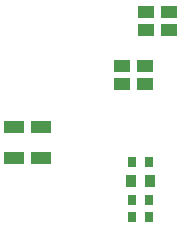
<source format=gtp>
G04 Layer_Color=8421504*
%FSLAX24Y24*%
%MOIN*%
G70*
G01*
G75*
%ADD10R,0.0374X0.0394*%
%ADD11R,0.0276X0.0354*%
%ADD12R,0.0551X0.0433*%
%ADD13R,0.0669X0.0433*%
D10*
X5685Y4659D02*
D03*
X6315D02*
D03*
D11*
X6295Y3445D02*
D03*
X5705D02*
D03*
X5705Y4017D02*
D03*
X6295D02*
D03*
X6295Y5300D02*
D03*
X5705D02*
D03*
D12*
X6150Y7887D02*
D03*
Y8478D02*
D03*
X5381Y7887D02*
D03*
Y8478D02*
D03*
X6169Y9698D02*
D03*
Y10289D02*
D03*
X6938Y9698D02*
D03*
Y10289D02*
D03*
D13*
X1791Y5405D02*
D03*
Y6468D02*
D03*
X2679Y5405D02*
D03*
Y6468D02*
D03*
M02*

</source>
